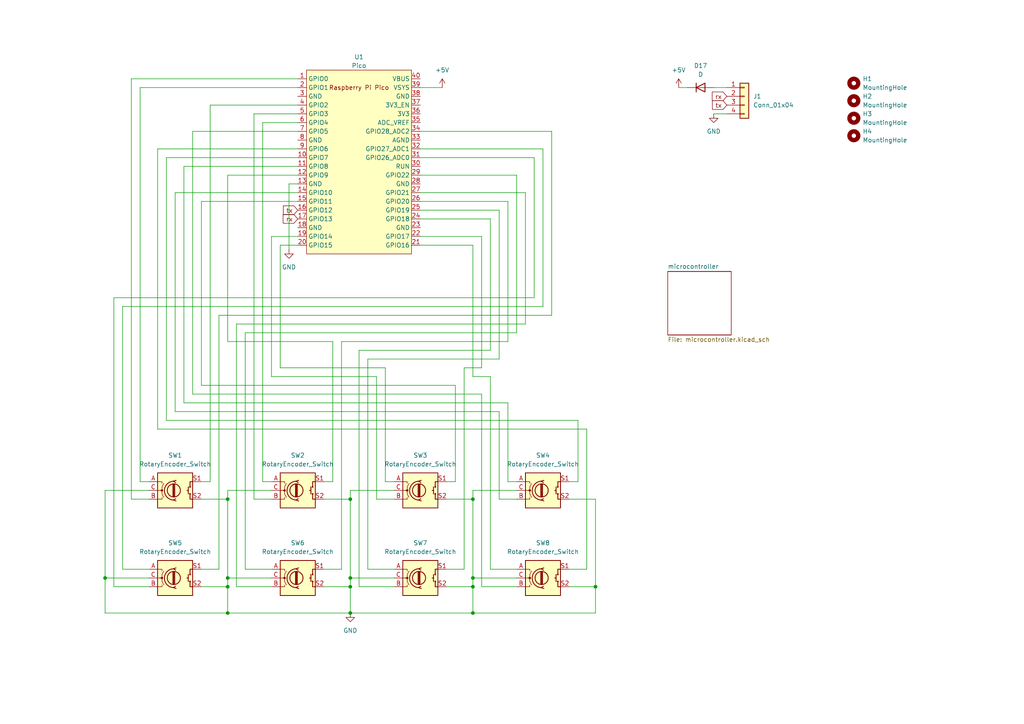
<source format=kicad_sch>
(kicad_sch (version 20230121) (generator eeschema)
  (paper "A4")
  (lib_symbols
    (symbol "Connector_Generic:Conn_01x04" (pin_names (offset 1.016) hide)
      (property "Reference" "J" (at 0 5.08 0))
      (property "Value" "Conn_01x04" (at 0 -7.62 0))
      (symbol "Conn_01x04_1_1"
        (rectangle (start -1.27 -4.953) (end 0 -5.207) (stroke (width 0.1524)))
        (rectangle (start -1.27 -2.413) (end 0 -2.667) (stroke (width 0.1524)))
        (rectangle (start -1.27 0.127) (end 0 -0.127) (stroke (width 0.1524)))
        (rectangle (start -1.27 2.667) (end 0 2.413) (stroke (width 0.1524)))
        (rectangle (start -1.27 3.81) (end 1.27 -6.35) (stroke (width 0.254)) (fill (type background)))
        (pin passive line (at -5.08 2.54 0) (length 3.81) (name "Pin_1") (number "1"))
        (pin passive line (at -5.08 0 0) (length 3.81) (name "Pin_2") (number "2"))
        (pin passive line (at -5.08 -2.54 0) (length 3.81) (name "Pin_3") (number "3"))
        (pin passive line (at -5.08 -5.08 0) (length 3.81) (name "Pin_4") (number "4"))
      )
    )
    (symbol "Device:D" (pin_numbers hide) (pin_names (offset 1.016) hide)
      (property "Reference" "D" (at 0 2.54 0))
      (property "Value" "D" (at 0 -2.54 0))
      (symbol "D_0_1"
        (polyline (pts (xy -1.27 1.27) (xy -1.27 -1.27)) (stroke (width 0.254)))
        (polyline (pts (xy 1.27 0) (xy -1.27 0)))
        (polyline (pts (xy 1.27 1.27) (xy 1.27 -1.27) (xy -1.27 0) (xy 1.27 1.27)) (stroke (width 0.254)))
      )
      (symbol "D_1_1"
        (pin passive line (at -3.81 0 0) (length 2.54) (name "K") (number "1"))
        (pin passive line (at 3.81 0 180) (length 2.54) (name "A") (number "2"))
      )
    )
    (symbol "Device:RotaryEncoder_Switch" (pin_names (offset 0.254) hide)
      (property "Reference" "SW" (at 0 6.604 0))
      (property "Value" "RotaryEncoder_Switch" (at 0 -6.604 0))
      (symbol "RotaryEncoder_Switch_0_1"
        (rectangle (start -5.08 5.08) (end 5.08 -5.08) (stroke (width 0.254)) (fill (type background)))
        (circle (center -3.81 0) (radius 0.254) (fill (type outline)))
        (circle (center -0.381 0) (radius 1.905) (stroke (width 0.254)))
        (arc (start -0.381 2.667) (mid -3.0988 -0.0635) (end -0.381 -2.794) (stroke (width 0.254)))
        (polyline (pts (xy -0.635 -1.778) (xy -0.635 1.778)) (stroke (width 0.254)))
        (polyline (pts (xy -0.381 -1.778) (xy -0.381 1.778)) (stroke (width 0.254)))
        (polyline (pts (xy -0.127 1.778) (xy -0.127 -1.778)) (stroke (width 0.254)))
        (polyline (pts (xy 3.81 0) (xy 3.429 0)) (stroke (width 0.254)))
        (polyline (pts (xy 3.81 1.016) (xy 3.81 -1.016)) (stroke (width 0.254)))
        (polyline (pts (xy -5.08 -2.54) (xy -3.81 -2.54) (xy -3.81 -2.032)))
        (polyline (pts (xy -5.08 2.54) (xy -3.81 2.54) (xy -3.81 2.032)))
        (polyline (pts (xy 0.254 -3.048) (xy -0.508 -2.794) (xy 0.127 -2.413)) (stroke (width 0.254)))
        (polyline (pts (xy 0.254 2.921) (xy -0.508 2.667) (xy 0.127 2.286)) (stroke (width 0.254)))
        (polyline (pts (xy 5.08 -2.54) (xy 4.318 -2.54) (xy 4.318 -1.016)) (stroke (width 0.254)))
        (polyline (pts (xy 5.08 2.54) (xy 4.318 2.54) (xy 4.318 1.016)) (stroke (width 0.254)))
        (polyline (pts (xy -5.08 0) (xy -3.81 0) (xy -3.81 -1.016) (xy -3.302 -2.032)))
        (polyline (pts (xy -4.318 0) (xy -3.81 0) (xy -3.81 1.016) (xy -3.302 2.032)))
        (circle (center 4.318 -1.016) (radius 0.127) (stroke (width 0.254)))
        (circle (center 4.318 1.016) (radius 0.127) (stroke (width 0.254)))
      )
      (symbol "RotaryEncoder_Switch_1_1"
        (pin passive line (at -7.62 2.54 0) (length 2.54) (name "A") (number "A"))
        (pin passive line (at -7.62 -2.54 0) (length 2.54) (name "B") (number "B"))
        (pin passive line (at -7.62 0 0) (length 2.54) (name "C") (number "C"))
        (pin passive line (at 7.62 2.54 180) (length 2.54) (name "S1") (number "S1"))
        (pin passive line (at 7.62 -2.54 180) (length 2.54) (name "S2") (number "S2"))
      )
    )
    (symbol "MCU_RaspberryPi_and_Boards:Pico"
      (property "Reference" "U" (at -13.97 27.94 0))
      (property "Value" "Pico" (at 0 19.05 0))
      (symbol "Pico_0_0"
        (text "Raspberry Pi Pico" (at 0 21.59 0) (effects (font (size 1.27 1.27))))
      )
      (symbol "Pico_0_1"
        (rectangle (start -15.24 26.67) (end 15.24 -26.67) (fill (type background)))
      )
      (symbol "Pico_1_1"
        (pin bidirectional line (at -17.78 24.13 0) (length 2.54) (name "GPIO0") (number "1"))
        (pin bidirectional line (at -17.78 1.27 0) (length 2.54) (name "GPIO7") (number "10"))
        (pin bidirectional line (at -17.78 -1.27 0) (length 2.54) (name "GPIO8") (number "11"))
        (pin bidirectional line (at -17.78 -3.81 0) (length 2.54) (name "GPIO9") (number "12"))
        (pin power_in line (at -17.78 -6.35 0) (length 2.54) (name "GND") (number "13"))
        (pin bidirectional line (at -17.78 -8.89 0) (length 2.54) (name "GPIO10") (number "14"))
        (pin bidirectional line (at -17.78 -11.43 0) (length 2.54) (name "GPIO11") (number "15"))
        (pin bidirectional line (at -17.78 -13.97 0) (length 2.54) (name "GPIO12") (number "16"))
        (pin bidirectional line (at -17.78 -16.51 0) (length 2.54) (name "GPIO13") (number "17"))
        (pin power_in line (at -17.78 -19.05 0) (length 2.54) (name "GND") (number "18"))
        (pin bidirectional line (at -17.78 -21.59 0) (length 2.54) (name "GPIO14") (number "19"))
        (pin bidirectional line (at -17.78 21.59 0) (length 2.54) (name "GPIO1") (number "2"))
        (pin bidirectional line (at -17.78 -24.13 0) (length 2.54) (name "GPIO15") (number "20"))
        (pin bidirectional line (at 17.78 -24.13 180) (length 2.54) (name "GPIO16") (number "21"))
        (pin bidirectional line (at 17.78 -21.59 180) (length 2.54) (name "GPIO17") (number "22"))
        (pin power_in line (at 17.78 -19.05 180) (length 2.54) (name "GND") (number "23"))
        (pin bidirectional line (at 17.78 -16.51 180) (length 2.54) (name "GPIO18") (number "24"))
        (pin bidirectional line (at 17.78 -13.97 180) (length 2.54) (name "GPIO19") (number "25"))
        (pin bidirectional line (at 17.78 -11.43 180) (length 2.54) (name "GPIO20") (number "26"))
        (pin bidirectional line (at 17.78 -8.89 180) (length 2.54) (name "GPIO21") (number "27"))
        (pin power_in line (at 17.78 -6.35 180) (length 2.54) (name "GND") (number "28"))
        (pin bidirectional line (at 17.78 -3.81 180) (length 2.54) (name "GPIO22") (number "29"))
        (pin power_in line (at -17.78 19.05 0) (length 2.54) (name "GND") (number "3"))
        (pin input line (at 17.78 -1.27 180) (length 2.54) (name "RUN") (number "30"))
        (pin bidirectional line (at 17.78 1.27 180) (length 2.54) (name "GPIO26_ADC0") (number "31"))
        (pin bidirectional line (at 17.78 3.81 180) (length 2.54) (name "GPIO27_ADC1") (number "32"))
        (pin power_in line (at 17.78 6.35 180) (length 2.54) (name "AGND") (number "33"))
        (pin bidirectional line (at 17.78 8.89 180) (length 2.54) (name "GPIO28_ADC2") (number "34"))
        (pin power_in line (at 17.78 11.43 180) (length 2.54) (name "ADC_VREF") (number "35"))
        (pin power_in line (at 17.78 13.97 180) (length 2.54) (name "3V3") (number "36"))
        (pin input line (at 17.78 16.51 180) (length 2.54) (name "3V3_EN") (number "37"))
        (pin bidirectional line (at 17.78 19.05 180) (length 2.54) (name "GND") (number "38"))
        (pin power_in line (at 17.78 21.59 180) (length 2.54) (name "VSYS") (number "39"))
        (pin bidirectional line (at -17.78 16.51 0) (length 2.54) (name "GPIO2") (number "4"))
        (pin power_in line (at 17.78 24.13 180) (length 2.54) (name "VBUS") (number "40"))
        (pin bidirectional line (at -17.78 13.97 0) (length 2.54) (name "GPIO3") (number "5"))
        (pin bidirectional line (at -17.78 11.43 0) (length 2.54) (name "GPIO4") (number "6"))
        (pin bidirectional line (at -17.78 8.89 0) (length 2.54) (name "GPIO5") (number "7"))
        (pin power_in line (at -17.78 6.35 0) (length 2.54) (name "GND") (number "8"))
        (pin bidirectional line (at -17.78 3.81 0) (length 2.54) (name "GPIO6") (number "9"))
      )
    )
    (symbol "Mechanical:MountingHole" (pin_names (offset 1.016))
      (property "Reference" "H" (at 0 5.08 0))
      (property "Value" "MountingHole" (at 0 3.175 0))
      (symbol "MountingHole_0_1"
        (circle (center 0 0) (radius 1.27) (stroke (width 1.27)))
      )
    )
    (symbol "power:+5V" (power) (pin_names (offset 0))
      (property "Value" "+5V" (at 0 3.556 0))
      (symbol "+5V_0_1"
        (polyline (pts (xy -0.762 1.27) (xy 0 2.54)))
        (polyline (pts (xy 0 0) (xy 0 2.54)))
        (polyline (pts (xy 0 2.54) (xy 0.762 1.27)))
      )
      (symbol "+5V_1_1"
        (pin power_in line (at 0 0 90) (length 0) hide (name "+5V") (number "1"))
      )
    )
    (symbol "power:GND" (power) (pin_names (offset 0))
      (property "Value" "GND" (at 0 -3.81 0))
      (symbol "GND_0_1"
        (polyline (pts (xy 0 0) (xy 0 -1.27) (xy 1.27 -1.27) (xy 0 -2.54) (xy -1.27 -1.27) (xy 0 -1.27)))
      )
      (symbol "GND_1_1"
        (pin power_in line (at 0 0 270) (length 0) hide (name "GND") (number "1"))
      )
    )
  )
  (junction (at 101.6 177.8))
  (junction (at 30.48 167.64))
  (junction (at 137.16 167.64))
  (junction (at 66.04 144.78))
  (junction (at 66.04 177.8))
  (junction (at 137.16 144.78))
  (junction (at 66.04 167.64))
  (junction (at 66.04 170.18))
  (junction (at 172.72 170.18))
  (junction (at 101.6 170.18))
  (junction (at 137.16 177.8))
  (junction (at 137.16 170.18))
  (junction (at 101.6 167.64))
  (junction (at 101.6 144.78))
  (wire (pts (xy 53.34 48.26) (xy 53.34 116.84)))
  (wire (pts (xy 104.14 101.6) (xy 142.24 101.6)))
  (wire (pts (xy 33.02 86.36) (xy 154.94 86.36)))
  (wire (pts (xy 78.74 144.78) (xy 73.66 144.78)))
  (wire (pts (xy 30.48 177.8) (xy 66.04 177.8)))
  (wire (pts (xy 106.68 104.14) (xy 144.78 104.14)))
  (wire (pts (xy 66.04 144.78) (xy 66.04 167.64)))
  (wire (pts (xy 104.14 101.6) (xy 104.14 170.18)))
  (wire (pts (xy 142.24 101.6) (xy 142.24 63.5)))
  (wire (pts (xy 101.6 167.64) (xy 114.3 167.64)))
  (wire (pts (xy 172.72 144.78) (xy 172.72 170.18)))
  (wire (pts (xy 43.18 144.78) (xy 38.1 144.78)))
  (wire (pts (xy 142.24 109.22) (xy 142.24 165.1)))
  (wire (pts (xy 33.02 86.36) (xy 33.02 170.18)))
  (wire (pts (xy 96.52 99.06) (xy 66.04 99.06)))
  (wire (pts (xy 144.78 104.14) (xy 144.78 60.96)))
  (wire (pts (xy 149.86 144.78) (xy 144.78 144.78)))
  (wire (pts (xy 132.08 111.76) (xy 132.08 139.7)))
  (wire (pts (xy 134.62 106.68) (xy 139.7 106.68)))
  (wire (pts (xy 134.62 106.68) (xy 134.62 165.1)))
  (wire (pts (xy 66.04 177.8) (xy 101.6 177.8)))
  (wire (pts (xy 137.16 109.22) (xy 142.24 109.22)))
  (wire (pts (xy 78.74 142.24) (xy 66.04 142.24)))
  (wire (pts (xy 78.74 109.22) (xy 109.22 109.22)))
  (wire (pts (xy 86.36 68.58) (xy 78.74 68.58)))
  (wire (pts (xy 121.92 58.42) (xy 147.32 58.42)))
  (wire (pts (xy 121.92 50.8) (xy 149.86 50.8)))
  (wire (pts (xy 137.16 71.12) (xy 137.16 109.22)))
  (wire (pts (xy 129.54 144.78) (xy 137.16 144.78)))
  (wire (pts (xy 78.74 165.1) (xy 71.12 165.1)))
  (wire (pts (xy 76.2 35.56) (xy 76.2 139.7)))
  (wire (pts (xy 170.18 124.46) (xy 45.72 124.46)))
  (wire (pts (xy 38.1 22.86) (xy 38.1 144.78)))
  (wire (pts (xy 93.98 144.78) (xy 101.6 144.78)))
  (wire (pts (xy 137.16 144.78) (xy 137.16 167.64)))
  (wire (pts (xy 129.54 139.7) (xy 132.08 139.7)))
  (wire (pts (xy 58.42 139.7) (xy 60.96 139.7)))
  (wire (pts (xy 86.36 71.12) (xy 81.28 71.12)))
  (wire (pts (xy 121.92 38.1) (xy 160.02 38.1)))
  (wire (pts (xy 137.16 142.24) (xy 137.16 144.78)))
  (wire (pts (xy 66.04 99.06) (xy 66.04 50.8)))
  (wire (pts (xy 129.54 170.18) (xy 137.16 170.18)))
  (wire (pts (xy 40.64 25.4) (xy 40.64 139.7)))
  (wire (pts (xy 101.6 167.64) (xy 101.6 170.18)))
  (wire (pts (xy 114.3 139.7) (xy 111.76 139.7)))
  (wire (pts (xy 165.1 144.78) (xy 172.72 144.78)))
  (wire (pts (xy 66.04 50.8) (xy 86.36 50.8)))
  (wire (pts (xy 58.42 170.18) (xy 66.04 170.18)))
  (wire (pts (xy 137.16 167.64) (xy 149.86 167.64)))
  (wire (pts (xy 152.4 93.98) (xy 152.4 55.88)))
  (wire (pts (xy 68.58 93.98) (xy 68.58 170.18)))
  (wire (pts (xy 137.16 177.8) (xy 172.72 177.8)))
  (wire (pts (xy 170.18 124.46) (xy 170.18 165.1)))
  (wire (pts (xy 35.56 88.9) (xy 157.48 88.9)))
  (wire (pts (xy 68.58 93.98) (xy 152.4 93.98)))
  (wire (pts (xy 81.28 106.68) (xy 111.76 106.68)))
  (wire (pts (xy 38.1 22.86) (xy 86.36 22.86)))
  (wire (pts (xy 121.92 25.4) (xy 128.27 25.4)))
  (wire (pts (xy 66.04 170.18) (xy 66.04 177.8)))
  (wire (pts (xy 157.48 88.9) (xy 157.48 43.18)))
  (wire (pts (xy 142.24 63.5) (xy 121.92 63.5)))
  (wire (pts (xy 78.74 170.18) (xy 68.58 170.18)))
  (wire (pts (xy 157.48 43.18) (xy 121.92 43.18)))
  (wire (pts (xy 43.18 170.18) (xy 33.02 170.18)))
  (wire (pts (xy 53.34 48.26) (xy 86.36 48.26)))
  (wire (pts (xy 165.1 139.7) (xy 167.64 139.7)))
  (wire (pts (xy 165.1 170.18) (xy 172.72 170.18)))
  (wire (pts (xy 106.68 104.14) (xy 106.68 165.1)))
  (wire (pts (xy 43.18 165.1) (xy 35.56 165.1)))
  (wire (pts (xy 60.96 30.48) (xy 86.36 30.48)))
  (wire (pts (xy 50.8 55.88) (xy 86.36 55.88)))
  (wire (pts (xy 101.6 177.8) (xy 137.16 177.8)))
  (wire (pts (xy 58.42 165.1) (xy 63.5 165.1)))
  (wire (pts (xy 207.01 25.4) (xy 210.82 25.4)))
  (wire (pts (xy 60.96 30.48) (xy 60.96 139.7)))
  (wire (pts (xy 167.64 121.92) (xy 48.26 121.92)))
  (wire (pts (xy 101.6 142.24) (xy 101.6 144.78)))
  (wire (pts (xy 58.42 58.42) (xy 86.36 58.42)))
  (wire (pts (xy 154.94 45.72) (xy 121.92 45.72)))
  (wire (pts (xy 78.74 139.7) (xy 76.2 139.7)))
  (wire (pts (xy 165.1 165.1) (xy 170.18 165.1)))
  (wire (pts (xy 147.32 99.06) (xy 147.32 58.42)))
  (wire (pts (xy 93.98 170.18) (xy 101.6 170.18)))
  (wire (pts (xy 114.3 165.1) (xy 106.68 165.1)))
  (wire (pts (xy 35.56 88.9) (xy 35.56 165.1)))
  (wire (pts (xy 101.6 170.18) (xy 101.6 177.8)))
  (wire (pts (xy 99.06 99.06) (xy 147.32 99.06)))
  (wire (pts (xy 73.66 33.02) (xy 86.36 33.02)))
  (wire (pts (xy 40.64 25.4) (xy 86.36 25.4)))
  (wire (pts (xy 58.42 111.76) (xy 58.42 58.42)))
  (wire (pts (xy 132.08 111.76) (xy 58.42 111.76)))
  (wire (pts (xy 93.98 139.7) (xy 96.52 139.7)))
  (wire (pts (xy 55.88 114.3) (xy 139.7 114.3)))
  (wire (pts (xy 129.54 165.1) (xy 134.62 165.1)))
  (wire (pts (xy 63.5 91.44) (xy 160.02 91.44)))
  (wire (pts (xy 58.42 144.78) (xy 66.04 144.78)))
  (wire (pts (xy 207.01 33.02) (xy 210.82 33.02)))
  (wire (pts (xy 81.28 71.12) (xy 81.28 106.68)))
  (wire (pts (xy 114.3 142.24) (xy 101.6 142.24)))
  (wire (pts (xy 149.86 50.8) (xy 149.86 96.52)))
  (wire (pts (xy 73.66 33.02) (xy 73.66 144.78)))
  (wire (pts (xy 78.74 68.58) (xy 78.74 109.22)))
  (wire (pts (xy 101.6 144.78) (xy 101.6 167.64)))
  (wire (pts (xy 144.78 119.38) (xy 144.78 144.78)))
  (wire (pts (xy 196.85 25.4) (xy 199.39 25.4)))
  (wire (pts (xy 93.98 165.1) (xy 99.06 165.1)))
  (wire (pts (xy 139.7 106.68) (xy 139.7 68.58)))
  (wire (pts (xy 45.72 43.18) (xy 86.36 43.18)))
  (wire (pts (xy 154.94 86.36) (xy 154.94 45.72)))
  (wire (pts (xy 50.8 119.38) (xy 50.8 55.88)))
  (wire (pts (xy 45.72 124.46) (xy 45.72 43.18)))
  (wire (pts (xy 160.02 38.1) (xy 160.02 91.44)))
  (wire (pts (xy 147.32 116.84) (xy 53.34 116.84)))
  (wire (pts (xy 30.48 142.24) (xy 30.48 167.64)))
  (wire (pts (xy 137.16 170.18) (xy 137.16 177.8)))
  (wire (pts (xy 167.64 121.92) (xy 167.64 139.7)))
  (wire (pts (xy 149.86 142.24) (xy 137.16 142.24)))
  (wire (pts (xy 76.2 35.56) (xy 86.36 35.56)))
  (wire (pts (xy 114.3 170.18) (xy 104.14 170.18)))
  (wire (pts (xy 137.16 167.64) (xy 137.16 170.18)))
  (wire (pts (xy 109.22 109.22) (xy 109.22 144.78)))
  (wire (pts (xy 66.04 142.24) (xy 66.04 144.78)))
  (wire (pts (xy 149.86 170.18) (xy 139.7 170.18)))
  (wire (pts (xy 71.12 96.52) (xy 71.12 165.1)))
  (wire (pts (xy 66.04 167.64) (xy 66.04 170.18)))
  (wire (pts (xy 71.12 96.52) (xy 149.86 96.52)))
  (wire (pts (xy 43.18 139.7) (xy 40.64 139.7)))
  (wire (pts (xy 66.04 167.64) (xy 78.74 167.64)))
  (wire (pts (xy 63.5 91.44) (xy 63.5 165.1)))
  (wire (pts (xy 30.48 167.64) (xy 43.18 167.64)))
  (wire (pts (xy 149.86 165.1) (xy 142.24 165.1)))
  (wire (pts (xy 111.76 106.68) (xy 111.76 139.7)))
  (wire (pts (xy 172.72 170.18) (xy 172.72 177.8)))
  (wire (pts (xy 139.7 68.58) (xy 121.92 68.58)))
  (wire (pts (xy 144.78 60.96) (xy 121.92 60.96)))
  (wire (pts (xy 30.48 167.64) (xy 30.48 177.8)))
  (wire (pts (xy 83.82 53.34) (xy 83.82 72.39)))
  (wire (pts (xy 99.06 99.06) (xy 99.06 165.1)))
  (wire (pts (xy 43.18 142.24) (xy 30.48 142.24)))
  (wire (pts (xy 86.36 38.1) (xy 55.88 38.1)))
  (wire (pts (xy 139.7 114.3) (xy 139.7 170.18)))
  (wire (pts (xy 144.78 119.38) (xy 50.8 119.38)))
  (wire (pts (xy 96.52 99.06) (xy 96.52 139.7)))
  (wire (pts (xy 55.88 38.1) (xy 55.88 114.3)))
  (wire (pts (xy 114.3 144.78) (xy 109.22 144.78)))
  (wire (pts (xy 147.32 116.84) (xy 147.32 139.7)))
  (wire (pts (xy 48.26 45.72) (xy 86.36 45.72)))
  (wire (pts (xy 48.26 121.92) (xy 48.26 45.72)))
  (wire (pts (xy 121.92 55.88) (xy 152.4 55.88)))
  (wire (pts (xy 149.86 139.7) (xy 147.32 139.7)))
  (wire (pts (xy 121.92 71.12) (xy 137.16 71.12)))
  (wire (pts (xy 83.82 53.34) (xy 86.36 53.34)))
  (global_label "rx" (shape input) (at 210.82 27.94 180) (property "Intersheetrefs" "${INTERSHEET_REFS}" (effects hide)))
  (global_label "tx" (shape input) (at 210.82 30.48 180) (property "Intersheetrefs" "${INTERSHEET_REFS}" (effects hide)))
  (global_label "tx" (shape input) (at 86.36 60.96 180) (property "Intersheetrefs" "${INTERSHEET_REFS}" (effects hide)))
  (global_label "rx" (shape input) (at 86.36 63.5 180) (property "Intersheetrefs" "${INTERSHEET_REFS}" (effects hide)))
  (symbol (lib_id "Device:RotaryEncoder_Switch") (at 121.92 142.24 0) (unit 1)
    (property "Reference" "SW3" (at 121.92 132.08 0))
    (property "Value" "RotaryEncoder_Switch" (at 121.92 134.62 0))
    (property "Footprint" "raspi:RotaryEncoder_Alps_EC11E-Switch_Vertical_H20mm_CircularMountingHoles" (effects hide))
  )
  (symbol (lib_id "Connector_Generic:Conn_01x04") (at 215.9 27.94 0) (unit 1)
    (property "Reference" "J1" (at 218.44 27.9399 0) (effects (justify left)))
    (property "Value" "Conn_01x04" (at 218.44 30.4799 0) (effects (justify left)))
    (property "Footprint" "Connector_JST:JST_EH_S4B-EH_1x04_P2.50mm_Horizontal" (effects hide))
  )
  (symbol (lib_id "Device:RotaryEncoder_Switch") (at 157.48 142.24 0) (unit 1)
    (property "Reference" "SW4" (at 157.48 132.08 0))
    (property "Value" "RotaryEncoder_Switch" (at 157.48 134.62 0))
    (property "Footprint" "raspi:RotaryEncoder_Alps_EC11E-Switch_Vertical_H20mm_CircularMountingHoles" (effects hide))
  )
  (symbol (lib_id "power:GND") (at 83.82 72.39 0) (unit 1)
    (property "Reference" "#PWR0141" (effects hide))
    (property "Value" "GND" (at 83.82 77.47 0))
  )
  (symbol (lib_id "Mechanical:MountingHole") (at 247.65 24.13 0) (unit 1)
    (property "Reference" "H1" (at 250.19 22.8599 0) (effects (justify left)))
    (property "Value" "MountingHole" (at 250.19 25.3999 0) (effects (justify left)))
    (property "Footprint" "MountingHole:MountingHole_3.5mm" (effects hide))
  )
  (symbol (lib_id "Device:D") (at 203.2 25.4 0) (unit 1)
    (property "Reference" "D17" (at 203.2 19.05 0))
    (property "Value" "D" (at 203.2 21.59 0))
    (property "Footprint" "Diode_SMD:D_1206_3216Metric" (effects hide))
  )
  (symbol (lib_id "Device:RotaryEncoder_Switch") (at 86.36 167.64 0) (unit 1)
    (property "Reference" "SW6" (at 86.36 157.48 0))
    (property "Value" "RotaryEncoder_Switch" (at 86.36 160.02 0))
    (property "Footprint" "raspi:RotaryEncoder_Alps_EC11E-Switch_Vertical_H20mm_CircularMountingHoles" (effects hide))
  )
  (symbol (lib_id "MCU_RaspberryPi_and_Boards:Pico") (at 104.14 46.99 0) (unit 1)
    (property "Reference" "U1" (at 104.14 16.51 0))
    (property "Value" "Pico" (at 104.14 19.05 0))
    (property "Footprint" "raspi:RPi_Pico_TH" (effects hide))
  )
  (symbol (lib_id "Mechanical:MountingHole") (at 247.65 29.21 0) (unit 1)
    (property "Reference" "H2" (at 250.19 27.9399 0) (effects (justify left)))
    (property "Value" "MountingHole" (at 250.19 30.4799 0) (effects (justify left)))
    (property "Footprint" "MountingHole:MountingHole_3.5mm" (effects hide))
  )
  (symbol (lib_id "Device:RotaryEncoder_Switch") (at 157.48 167.64 0) (unit 1)
    (property "Reference" "SW8" (at 157.48 157.48 0))
    (property "Value" "RotaryEncoder_Switch" (at 157.48 160.02 0))
    (property "Footprint" "raspi:RotaryEncoder_Alps_EC11E-Switch_Vertical_H20mm_CircularMountingHoles" (effects hide))
  )
  (symbol (lib_id "power:+5V") (at 128.27 25.4 0) (unit 1)
    (property "Reference" "#PWR0133" (effects hide))
    (property "Value" "+5V" (at 128.27 20.32 0))
  )
  (symbol (lib_id "power:GND") (at 101.6 177.8 0) (unit 1)
    (property "Reference" "#PWR0101" (effects hide))
    (property "Value" "GND" (at 101.6 182.88 0))
  )
  (symbol (lib_id "Device:RotaryEncoder_Switch") (at 50.8 142.24 0) (unit 1)
    (property "Reference" "SW1" (at 50.8 132.08 0))
    (property "Value" "RotaryEncoder_Switch" (at 50.8 134.62 0))
    (property "Footprint" "raspi:RotaryEncoder_Alps_EC11E-Switch_Vertical_H20mm_CircularMountingHoles" (effects hide))
  )
  (symbol (lib_id "Device:RotaryEncoder_Switch") (at 50.8 167.64 0) (unit 1)
    (property "Reference" "SW5" (at 50.8 157.48 0))
    (property "Value" "RotaryEncoder_Switch" (at 50.8 160.02 0))
    (property "Footprint" "raspi:RotaryEncoder_Alps_EC11E-Switch_Vertical_H20mm_CircularMountingHoles" (effects hide))
  )
  (symbol (lib_id "power:GND") (at 207.01 33.02 0) (mirror y) (unit 1)
    (property "Reference" "#PWR0136" (effects hide))
    (property "Value" "GND" (at 207.01 38.1 0))
  )
  (symbol (lib_id "Device:RotaryEncoder_Switch") (at 121.92 167.64 0) (unit 1)
    (property "Reference" "SW7" (at 121.92 157.48 0))
    (property "Value" "RotaryEncoder_Switch" (at 121.92 160.02 0))
    (property "Footprint" "raspi:RotaryEncoder_Alps_EC11E-Switch_Vertical_H20mm_CircularMountingHoles" (effects hide))
  )
  (symbol (lib_id "Mechanical:MountingHole") (at 247.65 34.29 0) (unit 1)
    (property "Reference" "H3" (at 250.19 33.0199 0) (effects (justify left)))
    (property "Value" "MountingHole" (at 250.19 35.5599 0) (effects (justify left)))
    (property "Footprint" "MountingHole:MountingHole_3.5mm" (effects hide))
  )
  (symbol (lib_id "power:+5V") (at 196.85 25.4 0) (mirror y) (unit 1)
    (property "Reference" "#PWR0135" (effects hide))
    (property "Value" "+5V" (at 196.85 20.32 0))
  )
  (symbol (lib_id "Device:RotaryEncoder_Switch") (at 86.36 142.24 0) (unit 1)
    (property "Reference" "SW2" (at 86.36 132.08 0))
    (property "Value" "RotaryEncoder_Switch" (at 86.36 134.62 0))
    (property "Footprint" "raspi:RotaryEncoder_Alps_EC11E-Switch_Vertical_H20mm_CircularMountingHoles" (effects hide))
  )
  (symbol (lib_id "Mechanical:MountingHole") (at 247.65 39.37 0) (unit 1)
    (property "Reference" "H4" (at 250.19 38.0999 0) (effects (justify left)))
    (property "Value" "MountingHole" (at 250.19 40.6399 0) (effects (justify left)))
    (property "Footprint" "MountingHole:MountingHole_3.5mm" (effects hide))
  )
  (sheet (at 193.675 78.74) (size 18.415 18.415) (stroke (width 0.1524))
    (property "Sheetname" "microcontroller" (at 193.675 78.0284 0) (effects (justify left bottom)))
    (property "Sheetfile" "microcontroller.kicad_sch" (at 193.675 97.7396 0) (effects (justify left top)))
  )
)
</source>
